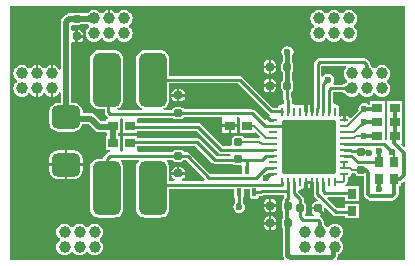
<source format=gtl>
G04*
G04 #@! TF.GenerationSoftware,Altium Limited,Altium Designer,20.1.8 (145)*
G04*
G04 Layer_Physical_Order=1*
G04 Layer_Color=255*
%FSTAX43Y43*%
%MOMM*%
G71*
G04*
G04 #@! TF.SameCoordinates,48CEEDD8-FEA7-46FE-8C49-AB3D6DD9764B*
G04*
G04*
G04 #@! TF.FilePolarity,Positive*
G04*
G01*
G75*
%ADD10C,0.250*%
%ADD12C,0.200*%
G04:AMPARAMS|DCode=25|XSize=0.75mm|YSize=0.6mm|CornerRadius=0.15mm|HoleSize=0mm|Usage=FLASHONLY|Rotation=0.000|XOffset=0mm|YOffset=0mm|HoleType=Round|Shape=RoundedRectangle|*
%AMROUNDEDRECTD25*
21,1,0.750,0.300,0,0,0.0*
21,1,0.450,0.600,0,0,0.0*
1,1,0.300,0.225,-0.150*
1,1,0.300,-0.225,-0.150*
1,1,0.300,-0.225,0.150*
1,1,0.300,0.225,0.150*
%
%ADD25ROUNDEDRECTD25*%
G04:AMPARAMS|DCode=26|XSize=0.75mm|YSize=0.6mm|CornerRadius=0.15mm|HoleSize=0mm|Usage=FLASHONLY|Rotation=90.000|XOffset=0mm|YOffset=0mm|HoleType=Round|Shape=RoundedRectangle|*
%AMROUNDEDRECTD26*
21,1,0.750,0.300,0,0,90.0*
21,1,0.450,0.600,0,0,90.0*
1,1,0.300,0.150,0.225*
1,1,0.300,0.150,-0.225*
1,1,0.300,-0.150,-0.225*
1,1,0.300,-0.150,0.225*
%
%ADD26ROUNDEDRECTD26*%
G04:AMPARAMS|DCode=27|XSize=0.4mm|YSize=0.75mm|CornerRadius=0.1mm|HoleSize=0mm|Usage=FLASHONLY|Rotation=180.000|XOffset=0mm|YOffset=0mm|HoleType=Round|Shape=RoundedRectangle|*
%AMROUNDEDRECTD27*
21,1,0.400,0.550,0,0,180.0*
21,1,0.200,0.750,0,0,180.0*
1,1,0.200,-0.100,0.275*
1,1,0.200,0.100,0.275*
1,1,0.200,0.100,-0.275*
1,1,0.200,-0.100,-0.275*
%
%ADD27ROUNDEDRECTD27*%
%ADD28R,0.850X0.800*%
%ADD29R,0.800X0.850*%
%ADD30O,0.250X0.800*%
%ADD31O,0.800X0.250*%
G04:AMPARAMS|DCode=32|XSize=4.6mm|YSize=4.6mm|CornerRadius=0.23mm|HoleSize=0mm|Usage=FLASHONLY|Rotation=90.000|XOffset=0mm|YOffset=0mm|HoleType=Round|Shape=RoundedRectangle|*
%AMROUNDEDRECTD32*
21,1,4.600,4.140,0,0,90.0*
21,1,4.140,4.600,0,0,90.0*
1,1,0.460,2.070,2.070*
1,1,0.460,2.070,-2.070*
1,1,0.460,-2.070,-2.070*
1,1,0.460,-2.070,2.070*
%
%ADD32ROUNDEDRECTD32*%
G04:AMPARAMS|DCode=33|XSize=2.4mm|YSize=2mm|CornerRadius=0.5mm|HoleSize=0mm|Usage=FLASHONLY|Rotation=180.000|XOffset=0mm|YOffset=0mm|HoleType=Round|Shape=RoundedRectangle|*
%AMROUNDEDRECTD33*
21,1,2.400,1.000,0,0,180.0*
21,1,1.400,2.000,0,0,180.0*
1,1,1.000,-0.700,0.500*
1,1,1.000,0.700,0.500*
1,1,1.000,0.700,-0.500*
1,1,1.000,-0.700,-0.500*
%
%ADD33ROUNDEDRECTD33*%
G04:AMPARAMS|DCode=34|XSize=4.6mm|YSize=2.4mm|CornerRadius=0.6mm|HoleSize=0mm|Usage=FLASHONLY|Rotation=270.000|XOffset=0mm|YOffset=0mm|HoleType=Round|Shape=RoundedRectangle|*
%AMROUNDEDRECTD34*
21,1,4.600,1.200,0,0,270.0*
21,1,3.400,2.400,0,0,270.0*
1,1,1.200,-0.600,-1.700*
1,1,1.200,-0.600,1.700*
1,1,1.200,0.600,1.700*
1,1,1.200,0.600,-1.700*
%
%ADD34ROUNDEDRECTD34*%
%ADD35C,0.300*%
%ADD36C,0.400*%
%ADD37C,0.500*%
%ADD38C,1.000*%
%ADD39C,0.600*%
G36*
X0086562Y0110882D02*
X008654Y01109D01*
X0086515Y0110917D01*
X0086486Y0110931D01*
X0086454Y0110944D01*
X0086418Y0110955D01*
X0086379Y0110963D01*
X0086335Y011097D01*
X0086289Y0110975D01*
X0086185Y0110979D01*
X0086173Y0111479D01*
X0086227Y011148D01*
X0086324Y0111488D01*
X0086366Y0111495D01*
X0086406Y0111505D01*
X0086441Y0111516D01*
X0086473Y0111529D01*
X0086502Y0111545D01*
X0086527Y0111562D01*
X0086548Y0111582D01*
X0086562Y0110882D01*
D02*
G37*
G36*
X0113257Y0100394D02*
X011314Y0100346D01*
X0112919Y0100566D01*
X0112962Y0100669D01*
X0112962D01*
Y0101742D01*
X0112962Y0101869D01*
X0112962D01*
Y0101869D01*
X0112962D01*
Y0102942D01*
X0112962Y0103069D01*
X0112962D01*
Y0103069D01*
X0112962D01*
Y0104269D01*
X0111712D01*
Y0103196D01*
X0111712Y0103069D01*
X0111712D01*
Y0103069D01*
X0111712D01*
Y0101996D01*
X0111712Y0101869D01*
X0111712D01*
Y0101869D01*
X0111712D01*
Y0101005D01*
X0111592Y0100937D01*
X0111512Y0100982D01*
Y0101742D01*
X0111512Y0101869D01*
X0111512D01*
Y0101869D01*
X0111512D01*
Y0102942D01*
X0111512Y0103069D01*
X0111512D01*
Y0103069D01*
X0111512D01*
Y0104269D01*
X0110262D01*
Y0103969D01*
X0110135Y0103938D01*
X0109982Y010404D01*
X0109787Y0104079D01*
X0109592Y010404D01*
X0109426Y0103929D01*
X0109316Y0103764D01*
X0109277Y0103569D01*
X010929Y0103503D01*
X0108627Y010284D01*
X0108567Y0102845D01*
X010846Y0102917D01*
X0108333Y0102942D01*
X0108158D01*
Y0102611D01*
X0107958D01*
Y0102942D01*
X0107783D01*
X0107738Y0102933D01*
X0107631Y0103041D01*
X010764Y0103086D01*
Y0103636D01*
X0107614Y0103763D01*
X0107542Y010387D01*
X0107435Y0103942D01*
X0107308Y0103967D01*
X0107267Y0103959D01*
X010714Y0104055D01*
Y010498D01*
X010796D01*
X0107974Y0104977D01*
X0107997Y0104971D01*
X0108022Y0104962D01*
X0108049Y0104949D01*
X0108078Y0104932D01*
X0108107Y0104913D01*
X0108181Y0104852D01*
X010821Y0104824D01*
X0108219Y0104812D01*
X0108365Y01047D01*
X0108535Y0104629D01*
X0108718Y0104605D01*
X0108901Y0104629D01*
X0109071Y01047D01*
X0109217Y0104812D01*
X0109274Y0104886D01*
X0109432D01*
X0109489Y0104812D01*
X0109635Y01047D01*
X0109805Y0104629D01*
X0109988Y0104605D01*
X0110171Y0104629D01*
X0110341Y01047D01*
X0110487Y0104812D01*
X0110544Y0104886D01*
X0110702D01*
X0110759Y0104812D01*
X0110905Y01047D01*
X0111075Y0104629D01*
X0111258Y0104605D01*
X0111441Y0104629D01*
X0111611Y01047D01*
X0111757Y0104812D01*
X011187Y0104958D01*
X011194Y0105128D01*
X0111964Y0105311D01*
X011194Y0105494D01*
X011187Y0105664D01*
X0111757Y010581D01*
X0111683Y0105867D01*
Y0106025D01*
X0111757Y0106082D01*
X011187Y0106228D01*
X011194Y0106398D01*
X0111964Y0106581D01*
X011194Y0106764D01*
X011187Y0106934D01*
X0111757Y010708D01*
X0111611Y0107193D01*
X0111441Y0107263D01*
X0111258Y0107287D01*
X0111075Y0107263D01*
X0110905Y0107193D01*
X0110759Y010708D01*
X0110702Y0107006D01*
X0110544D01*
X0110487Y010708D01*
X0110341Y0107193D01*
X0110334Y0107196D01*
X0110333Y0107197D01*
X011033Y0107202D01*
X0110327Y0107211D01*
X0110323Y0107225D01*
X011032Y0107243D01*
X0110319Y010725D01*
Y0107293D01*
X0110294Y0107419D01*
X0110222Y0107527D01*
X0109946Y0107803D01*
X0109839Y0107875D01*
X0109712Y01079D01*
X0106012D01*
X0105885Y0107875D01*
X0105777Y0107803D01*
X0105577Y0107603D01*
X0105506Y0107496D01*
X010548Y0107369D01*
Y0104053D01*
X0105408Y0103999D01*
Y0103361D01*
X0105208D01*
Y0103948D01*
X0105181Y0103942D01*
X0105158Y0103926D01*
X0105058Y0103878D01*
X0104959Y0103926D01*
X0104935Y0103942D01*
X0104908Y0103948D01*
Y0103361D01*
X0104708D01*
Y0103948D01*
X0104681Y0103942D01*
X0104574Y010387D01*
X0104542D01*
X0104435Y0103942D01*
X0104308Y0103967D01*
X0104181Y0103942D01*
X0104158Y0103926D01*
X0104058Y0103878D01*
X0103959Y0103926D01*
X0103935Y0103942D01*
X0103808Y0103967D01*
X0103767Y0103959D01*
X010364Y0104055D01*
Y0104365D01*
X0103614Y0104492D01*
X0103593Y0104523D01*
Y0105038D01*
X0103664Y0105085D01*
X0103741Y0105201D01*
X0103769Y0105337D01*
Y0105787D01*
X0103741Y0105924D01*
X010367Y0106032D01*
Y0106668D01*
X0103741Y0106775D01*
X0103769Y0106912D01*
Y0107362D01*
X0103741Y0107498D01*
X0103677Y0107594D01*
Y0108094D01*
X010374Y0108188D01*
X0103779Y0108383D01*
X010374Y0108578D01*
X010363Y0108744D01*
X0103464Y0108854D01*
X0103269Y0108893D01*
X0103074Y0108854D01*
X0102909Y0108744D01*
X0102798Y0108578D01*
X010276Y0108383D01*
X0102798Y0108188D01*
X0102859Y0108097D01*
X0102862Y0108048D01*
Y0107615D01*
X0102859Y0107614D01*
X0102782Y0107498D01*
X0102755Y0107362D01*
Y0106912D01*
X0102782Y0106775D01*
X0102854Y0106668D01*
Y0106032D01*
X0102782Y0105924D01*
X0102755Y0105787D01*
Y0105337D01*
X0102782Y0105201D01*
X0102859Y0105085D01*
X010293Y0105038D01*
Y0104411D01*
X0102956Y0104284D01*
X0102977Y0104253D01*
Y0104055D01*
X010285Y0103959D01*
X0102808Y0103967D01*
X0102681Y0103942D01*
X0102574Y010387D01*
X0102502Y0103763D01*
X010249Y01037D01*
X0102049D01*
X0099446Y0106303D01*
X0099339Y0106375D01*
X0099212Y01064D01*
X0093269D01*
Y0107769D01*
X0093241Y0107978D01*
X0093161Y0108172D01*
X0093032Y0108339D01*
X0092865Y0108468D01*
X0092671Y0108548D01*
X0092462Y0108576D01*
X0091262D01*
X0091053Y0108548D01*
X0090858Y0108468D01*
X0090691Y0108339D01*
X0090563Y0108172D01*
X0090482Y0107978D01*
X0090455Y0107769D01*
Y0104369D01*
X0090482Y010416D01*
X0090563Y0103965D01*
X0090691Y0103798D01*
X0090858Y010367D01*
X0090962Y0103627D01*
X0090937Y01035D01*
X0088887D01*
X0088862Y0103627D01*
X0088965Y010367D01*
X0089132Y0103798D01*
X0089261Y0103965D01*
X0089341Y010416D01*
X0089369Y0104369D01*
Y0107769D01*
X0089341Y0107978D01*
X0089261Y0108172D01*
X0089132Y0108339D01*
X0088965Y0108468D01*
X0088771Y0108548D01*
X0088562Y0108576D01*
X0087362D01*
X0087153Y0108548D01*
X0086958Y0108468D01*
X0086791Y0108339D01*
X0086663Y0108172D01*
X0086582Y0107978D01*
X0086555Y0107769D01*
Y0104369D01*
X0086582Y010416D01*
X0086663Y0103965D01*
X0086791Y0103798D01*
X0086958Y010367D01*
X0087153Y0103589D01*
X0087362Y0103562D01*
X008778D01*
Y0103315D01*
X0087806Y0103188D01*
X0087877Y0103081D01*
X0088024Y0102934D01*
X0088082Y0102896D01*
X0088043Y0102769D01*
X0087862D01*
Y0102528D01*
X0087502D01*
X0086936Y0103093D01*
X0086787Y0103193D01*
X0086612Y0103228D01*
X0085918D01*
Y0103369D01*
X0085894Y0103552D01*
X0085823Y0103722D01*
X0085711Y0103868D01*
X0085565Y010398D01*
X0085395Y0104051D01*
X0085212Y0104075D01*
X0084971D01*
Y0109151D01*
X0085098Y010923D01*
X0085187Y0109212D01*
X0085312D01*
Y0109719D01*
Y0110226D01*
X0085187D01*
X0085098Y0110208D01*
X0084971Y0110286D01*
Y011064D01*
X0084989Y0110663D01*
X0085098Y011073D01*
X0085187Y0110712D01*
X0085637D01*
X0085773Y0110739D01*
X008582Y011077D01*
X0086288D01*
X0086309Y0110768D01*
X0086341Y0110763D01*
X0086367Y0110757D01*
X0086388Y0110751D01*
X0086403Y0110745D01*
X0086412Y011074D01*
X0086413Y011074D01*
X0086487Y0110682D01*
Y0110525D01*
X0086413Y0110468D01*
X00863Y0110322D01*
X008623Y0110152D01*
X0086206Y0109969D01*
X008623Y0109786D01*
X00863Y0109616D01*
X0086413Y010947D01*
X0086559Y0109357D01*
X0086729Y0109287D01*
X0086912Y0109263D01*
X0087095Y0109287D01*
X0087265Y0109357D01*
X0087411Y010947D01*
X0087468Y0109544D01*
X0087625D01*
X0087683Y010947D01*
X0087829Y0109357D01*
X0087999Y0109287D01*
X0088182Y0109263D01*
X0088365Y0109287D01*
X0088535Y0109357D01*
X0088681Y010947D01*
X0088738Y0109544D01*
X0088895D01*
X0088953Y010947D01*
X0089099Y0109357D01*
X0089269Y0109287D01*
X0089452Y0109263D01*
X0089635Y0109287D01*
X0089805Y0109357D01*
X0089951Y010947D01*
X0090063Y0109616D01*
X0090134Y0109786D01*
X0090158Y0109969D01*
X0090134Y0110152D01*
X0090063Y0110322D01*
X0089951Y0110468D01*
X0089877Y0110525D01*
Y0110682D01*
X0089951Y011074D01*
X0090063Y0110886D01*
X0090134Y0111056D01*
X0090158Y0111239D01*
X0090134Y0111422D01*
X0090063Y0111592D01*
X0089951Y0111738D01*
X0089805Y011185D01*
X0089635Y0111921D01*
X0089452Y0111945D01*
X0089269Y0111921D01*
X0089099Y011185D01*
X0088953Y0111738D01*
X0088895Y0111664D01*
X0088738D01*
X0088681Y0111738D01*
X0088535Y011185D01*
X0088365Y0111921D01*
X0088257Y0111935D01*
Y0111239D01*
X0088107D01*
Y0111935D01*
X0087999Y0111921D01*
X0087829Y011185D01*
X0087683Y0111738D01*
X0087625Y0111664D01*
X0087468D01*
X0087411Y0111738D01*
X0087265Y011185D01*
X0087095Y0111921D01*
X0086912Y0111945D01*
X0086729Y0111921D01*
X0086559Y011185D01*
X0086413Y0111738D01*
X0086403Y0111725D01*
X0086398Y0111721D01*
X0086394Y0111718D01*
X0086385Y0111713D01*
X0086371Y0111707D01*
X0086351Y0111701D01*
X0086326Y0111695D01*
X0086298Y0111691D01*
X0086264Y0111688D01*
X008579D01*
X0085773Y0111698D01*
X0085637Y0111726D01*
X0085187D01*
X008505Y0111698D01*
X0085019Y0111678D01*
X0084805D01*
X0084629Y0111643D01*
X008448Y0111543D01*
X0084187Y011125D01*
X0084088Y0111101D01*
X0084053Y0110926D01*
Y0106939D01*
X0083926Y0106914D01*
X0083918Y0106934D01*
X0083805Y010708D01*
X0083659Y0107193D01*
X0083489Y0107263D01*
X0083381Y0107277D01*
Y0106581D01*
X0083231D01*
Y0107277D01*
X0083123Y0107263D01*
X0082953Y0107193D01*
X0082807Y010708D01*
X008275Y0107006D01*
X0082592D01*
X0082535Y010708D01*
X0082389Y0107193D01*
X0082219Y0107263D01*
X0082111Y0107277D01*
Y0106581D01*
X0081961D01*
Y0107277D01*
X0081853Y0107263D01*
X0081683Y0107193D01*
X0081537Y010708D01*
X008148Y0107006D01*
X0081322D01*
X0081265Y010708D01*
X0081119Y0107193D01*
X0080949Y0107263D01*
X0080766Y0107287D01*
X0080583Y0107263D01*
X0080413Y0107193D01*
X0080267Y010708D01*
X0080155Y0106934D01*
X0080084Y0106764D01*
X008006Y0106581D01*
X0080084Y0106398D01*
X0080155Y0106228D01*
X0080267Y0106082D01*
X0080341Y0106025D01*
Y0105867D01*
X0080267Y010581D01*
X0080155Y0105664D01*
X0080084Y0105494D01*
X008006Y0105311D01*
X0080084Y0105128D01*
X0080155Y0104958D01*
X0080267Y0104812D01*
X0080413Y01047D01*
X0080583Y0104629D01*
X0080766Y0104605D01*
X0080949Y0104629D01*
X0081119Y01047D01*
X0081265Y0104812D01*
X0081322Y0104886D01*
X008148D01*
X0081537Y0104812D01*
X0081683Y01047D01*
X0081853Y0104629D01*
X0081961Y0104615D01*
Y0105311D01*
X0082111D01*
Y0104615D01*
X0082219Y0104629D01*
X0082389Y01047D01*
X0082535Y0104812D01*
X0082592Y0104886D01*
X008275D01*
X0082807Y0104812D01*
X0082953Y01047D01*
X0083123Y0104629D01*
X0083231Y0104615D01*
Y0105311D01*
X0083381D01*
Y0104615D01*
X0083489Y0104629D01*
X0083659Y01047D01*
X0083805Y0104812D01*
X0083918Y0104958D01*
X0083926Y0104979D01*
X0084053Y0104953D01*
Y0104075D01*
X0083812D01*
X0083629Y0104051D01*
X0083459Y010398D01*
X0083313Y0103868D01*
X00832Y0103722D01*
X008313Y0103552D01*
X0083106Y0103369D01*
Y0102369D01*
X008313Y0102186D01*
X00832Y0102016D01*
X0083313Y010187D01*
X0083459Y0101757D01*
X0083629Y0101687D01*
X0083812Y0101663D01*
X0085212D01*
X0085395Y0101687D01*
X0085565Y0101757D01*
X0085711Y010187D01*
X0085823Y0102016D01*
X0085894Y0102186D01*
X008591Y010231D01*
X0086422D01*
X0086987Y0101744D01*
X0087136Y0101645D01*
X0087312Y010161D01*
X0087862D01*
Y0101569D01*
X0088028D01*
Y0101269D01*
X0087862D01*
Y0100069D01*
X0088207D01*
X008822Y0099942D01*
X0088135Y0099925D01*
X0088027Y0099853D01*
X0087727Y0099553D01*
X0087656Y0099446D01*
X0087642Y0099376D01*
X0087362D01*
X0087153Y0099348D01*
X0086958Y0099268D01*
X0086791Y0099139D01*
X0086663Y0098972D01*
X0086582Y0098778D01*
X0086555Y0098569D01*
Y0095169D01*
X0086582Y009496D01*
X0086663Y0094765D01*
X0086791Y0094598D01*
X0086958Y009447D01*
X0087153Y0094389D01*
X0087362Y0094362D01*
X0088562D01*
X0088771Y0094389D01*
X0088965Y009447D01*
X0089132Y0094598D01*
X0089261Y0094765D01*
X0089341Y009496D01*
X0089369Y0095169D01*
Y0098569D01*
X0089341Y0098778D01*
X0089261Y0098972D01*
X0089132Y0099139D01*
X0089105Y009916D01*
X0089148Y0099287D01*
X0090676D01*
X0090719Y009916D01*
X0090691Y0099139D01*
X0090563Y0098972D01*
X0090482Y0098778D01*
X0090455Y0098569D01*
Y0095169D01*
X0090482Y009496D01*
X0090563Y0094765D01*
X0090691Y0094598D01*
X0090858Y009447D01*
X0091053Y0094389D01*
X0091262Y0094362D01*
X0092462D01*
X0092671Y0094389D01*
X0092865Y009447D01*
X0093032Y0094598D01*
X0093161Y0094765D01*
X0093241Y009496D01*
X0093269Y0095169D01*
Y0096837D01*
X009872D01*
X0098756Y0096794D01*
Y0096244D01*
X0098779Y0096127D01*
X0098846Y0096028D01*
X0098847Y0096026D01*
Y0095684D01*
X0098845Y0095673D01*
X0098843Y0095662D01*
X009884Y0095653D01*
X0098837Y0095646D01*
X0098834Y009564D01*
X0098834Y009564D01*
X0098818Y0095629D01*
X0098707Y0095464D01*
X0098669Y0095269D01*
X0098707Y0095074D01*
X0098818Y0094908D01*
X0098983Y0094798D01*
X0099178Y0094759D01*
X0099374Y0094798D01*
X0099539Y0094908D01*
X0099649Y0095074D01*
X0099688Y0095269D01*
X0099649Y0095464D01*
X0099539Y0095629D01*
X0099523Y009564D01*
X0099523Y009564D01*
X009952Y0095646D01*
X0099517Y0095653D01*
X0099514Y0095662D01*
X0099512Y0095673D01*
X009951Y0095684D01*
Y0096075D01*
X0099544Y0096127D01*
X0099568Y0096244D01*
Y0096794D01*
X0099603Y0096837D01*
X010002D01*
X0100056Y0096794D01*
Y0096244D01*
X0100079Y0096127D01*
X0100146Y0096028D01*
X0100245Y0095961D01*
X0100362Y0095938D01*
X0100562D01*
X0100679Y0095961D01*
X0100778Y0096028D01*
X0100844Y0096127D01*
X0100856Y0096187D01*
X0100978D01*
X0101105Y0096213D01*
X0101212Y0096284D01*
X0101249Y0096322D01*
X0102977D01*
Y0096072D01*
X0102932Y0096005D01*
X0102906Y0095875D01*
X0102901Y0095871D01*
X0102824Y0095755D01*
X0102796Y0095619D01*
Y0095169D01*
X0102824Y0095032D01*
X0102901Y0094916D01*
X0102905Y0094914D01*
Y0094455D01*
X0102885Y0094425D01*
X0102863Y0094315D01*
X0102824Y0094256D01*
X0102796Y0094119D01*
Y0093669D01*
X0102824Y0093532D01*
X0102854Y0093487D01*
Y0091253D01*
X0102854Y0091253D01*
X0102885Y0091097D01*
X0102973Y0090965D01*
X0102997Y0090941D01*
X0102949Y0090824D01*
X0079767D01*
Y0112314D01*
X0113257D01*
Y0100394D01*
D02*
G37*
G36*
X0103478Y0108165D02*
X0103476Y0108158D01*
X0103474Y0108148D01*
X0103472Y0108117D01*
X0103469Y0108014D01*
X0103469Y010798D01*
X0103069D01*
X0103059Y0108169D01*
X0103479D01*
X0103478Y0108165D01*
D02*
G37*
G36*
X0110114Y0107252D02*
X0110118Y0107215D01*
X0110124Y010718D01*
X0110133Y0107149D01*
X0110143Y010712D01*
X0110157Y0107093D01*
X0110173Y010707D01*
X0110191Y0107049D01*
X0110212Y0107031D01*
X0110235Y0107016D01*
X0109741D01*
X0109765Y0107031D01*
X0109785Y0107049D01*
X0109803Y010707D01*
X0109819Y0107093D01*
X0109833Y010712D01*
X0109844Y0107149D01*
X0109852Y010718D01*
X0109858Y0107215D01*
X0109862Y0107252D01*
X0109863Y0107293D01*
X0110113D01*
X0110114Y0107252D01*
D02*
G37*
G36*
X0106709Y0105769D02*
X0106685Y0105768D01*
X0106662Y0105765D01*
X0106638Y010576D01*
X0106615Y0105752D01*
X0106592Y0105742D01*
X0106569Y010573D01*
X0106547Y0105716D01*
X0106524Y01057D01*
X0106502Y0105681D01*
X010648Y010566D01*
X0106303Y0105837D01*
X0106324Y0105859D01*
X0106343Y0105881D01*
X0106359Y0105904D01*
X0106373Y0105926D01*
X0106385Y0105949D01*
X0106395Y0105972D01*
X0106403Y0105995D01*
X0106408Y0106019D01*
X0106411Y0106042D01*
X0106412Y0106066D01*
X0106709Y0105769D01*
D02*
G37*
G36*
X0108258Y010711D02*
X0108219Y010708D01*
X0108107Y0106934D01*
X0108036Y0106764D01*
X0108012Y0106581D01*
X0108036Y0106398D01*
X0108107Y0106228D01*
X0108219Y0106082D01*
X0108293Y0106025D01*
Y0105867D01*
X0108219Y010581D01*
X010821Y0105798D01*
X0108179Y0105768D01*
X0108143Y0105737D01*
X010811Y0105711D01*
X0108078Y010569D01*
X0108049Y0105673D01*
X0108022Y010566D01*
X0107997Y0105651D01*
X0107974Y0105645D01*
X010796Y0105642D01*
X0107181D01*
X0107113Y0105769D01*
X0107183Y0105874D01*
X0107222Y0106069D01*
X0107183Y0106264D01*
X0107072Y0106429D01*
X0106907Y010654D01*
X0106712Y0106579D01*
X0106517Y010654D01*
X0106351Y0106429D01*
X010627Y0106308D01*
X0106143Y0106346D01*
Y0107232D01*
X0106149Y0107237D01*
X0108215D01*
X0108258Y010711D01*
D02*
G37*
G36*
X0108361Y0104961D02*
X0108317Y0105004D01*
X010823Y0105076D01*
X0108187Y0105105D01*
X0108144Y010513D01*
X0108101Y010515D01*
X0108059Y0105166D01*
X0108017Y0105177D01*
X0107975Y0105184D01*
X0107934Y0105186D01*
Y0105436D01*
X0107975Y0105438D01*
X0108017Y0105445D01*
X0108059Y0105456D01*
X0108101Y0105472D01*
X0108144Y0105492D01*
X0108187Y0105517D01*
X010823Y0105546D01*
X0108273Y010558D01*
X0108317Y0105618D01*
X0108361Y0105661D01*
Y0104961D01*
D02*
G37*
G36*
X0101677Y0103134D02*
X0101778Y0103067D01*
X0101784Y0102994D01*
X0101783Y0102942D01*
X0101656Y0102917D01*
X0101549Y0102845D01*
X0101477Y0102738D01*
X0101463Y0102666D01*
X0101331Y0102619D01*
X0100496Y0103453D01*
X0100389Y0103525D01*
X0100262Y010355D01*
X0094537D01*
X0094489Y0103621D01*
X0094373Y0103699D01*
X0094237Y0103726D01*
X0093787D01*
X009365Y0103699D01*
X0093534Y0103621D01*
X0093457Y0103505D01*
X0093456Y01035D01*
X0092787D01*
X0092762Y0103627D01*
X0092865Y010367D01*
X0093032Y0103798D01*
X0093161Y0103965D01*
X0093241Y010416D01*
X0093269Y0104369D01*
Y0105737D01*
X0099075D01*
X0101677Y0103134D01*
D02*
G37*
G36*
X0099212Y0102769D02*
X0099212D01*
Y0101569D01*
X0100462D01*
Y0101569D01*
X0100545Y0101603D01*
X0100902Y0101246D01*
X0100876Y0101167D01*
X0100844Y0101125D01*
X0099654D01*
X0099589Y0101221D01*
X0099473Y0101299D01*
X0099337Y0101326D01*
X0098887D01*
X009875Y0101299D01*
X0098634Y0101221D01*
X0098557Y0101105D01*
X009853Y0100969D01*
Y0100669D01*
X009855Y0100569D01*
X0098476Y0100442D01*
X0097807D01*
X0095946Y0102303D01*
X0095839Y0102375D01*
X0095712Y01024D01*
X0090562D01*
Y0102769D01*
X009066Y0102837D01*
X009352D01*
X0093534Y0102816D01*
X009365Y0102739D01*
X0093787Y0102712D01*
X0094237D01*
X0094373Y0102739D01*
X0094489Y0102816D01*
X0094537Y0102887D01*
X0097742D01*
X0097762Y0102769D01*
X0097762Y010276D01*
Y0102269D01*
X0098387D01*
X0099012D01*
Y010276D01*
X0099012Y0102769D01*
X0099032Y0102887D01*
X0099192D01*
X0099212Y0102769D01*
D02*
G37*
G36*
X0110014Y0102667D02*
X0110029Y0102657D01*
X0110046Y0102648D01*
X0110065Y010264D01*
X0110087Y0102634D01*
X011011Y0102628D01*
X0110136Y0102624D01*
X0110164Y0102621D01*
X0110227Y0102619D01*
Y0102319D01*
X0110194Y0102318D01*
X0110136Y0102313D01*
X011011Y0102309D01*
X0110087Y0102304D01*
X0110065Y0102297D01*
X0110046Y0102289D01*
X0110029Y010228D01*
X0110014Y010227D01*
X0110001Y0102259D01*
Y0102679D01*
X0110014Y0102667D01*
D02*
G37*
G36*
X0109784Y0102169D02*
X0109754Y0102168D01*
X0109724Y0102165D01*
X0109696Y0102161D01*
X0109669Y0102154D01*
X0109643Y0102145D01*
X0109619Y0102134D01*
X0109595Y0102121D01*
X0109572Y0102107D01*
X0109551Y010209D01*
X010953Y0102071D01*
X0109389Y0102212D01*
X0109408Y0102233D01*
X0109425Y0102254D01*
X0109439Y0102277D01*
X0109452Y0102301D01*
X0109463Y0102325D01*
X0109472Y0102351D01*
X0109479Y0102378D01*
X0109483Y0102406D01*
X0109486Y0102436D01*
X0109487Y0102466D01*
X0109784Y0102169D01*
D02*
G37*
G36*
X0110014Y0101467D02*
X0110029Y0101457D01*
X0110046Y0101448D01*
X0110065Y010144D01*
X0110087Y0101434D01*
X011011Y0101428D01*
X0110136Y0101424D01*
X0110164Y0101421D01*
X0110227Y0101419D01*
Y0101119D01*
X0110194Y0101118D01*
X0110136Y0101113D01*
X011011Y0101109D01*
X0110087Y0101104D01*
X0110065Y0101097D01*
X0110046Y0101089D01*
X0110029Y010108D01*
X0110014Y010107D01*
X0110001Y0101059D01*
Y0101479D01*
X0110014Y0101467D01*
D02*
G37*
G36*
X010998Y0099679D02*
X0109964Y0099696D01*
X0109946Y0099712D01*
X0109927Y0099725D01*
X0109907Y0099737D01*
X0109884Y0099747D01*
X010986Y0099756D01*
X0109835Y0099762D01*
X0109808Y0099767D01*
X0109779Y0099769D01*
X0109748Y009977D01*
X0109773Y010002D01*
X0109803Y0100021D01*
X0109832Y0100023D01*
X010986Y0100027D01*
X0109886Y0100033D01*
X0109911Y0100039D01*
X0109935Y0100048D01*
X0109957Y0100058D01*
X0109978Y0100069D01*
X0109998Y0100082D01*
X0110017Y0100097D01*
X010998Y0099679D01*
D02*
G37*
G36*
X0089312Y0102769D02*
Y0101569D01*
X0090562D01*
Y0101737D01*
X0095575D01*
X0097435Y0099877D01*
X0097543Y0099805D01*
X009767Y009978D01*
X0098432D01*
X0098504Y0099653D01*
X0098473Y00996D01*
X0097249D01*
X0095846Y0101003D01*
X0095739Y0101075D01*
X0095612Y01011D01*
X0090562D01*
Y0101269D01*
X0089312D01*
Y0100069D01*
X0089312D01*
X0089292Y009995D01*
X0089132D01*
X0089112Y0100069D01*
X0089112Y0100077D01*
Y0101269D01*
X0088946D01*
Y0101569D01*
X0089112D01*
Y010271D01*
X0089112Y0102769D01*
X008921Y0102837D01*
X0089213D01*
X0089312Y0102769D01*
D02*
G37*
G36*
X0111218Y0099767D02*
X0111208Y0099752D01*
X0111199Y0099735D01*
X0111191Y0099716D01*
X0111185Y0099694D01*
X0111179Y009967D01*
X0111175Y0099645D01*
X0111172Y0099617D01*
X011117Y0099554D01*
X011087D01*
X0110869Y0099587D01*
X0110864Y0099645D01*
X011086Y009967D01*
X0110855Y0099694D01*
X0110848Y0099716D01*
X011084Y0099735D01*
X0110831Y0099752D01*
X0110821Y0099767D01*
X011081Y009978D01*
X011123D01*
X0111218Y0099767D01*
D02*
G37*
G36*
X0096877Y0099034D02*
X0096985Y0098963D01*
X0097112Y0098937D01*
X009862D01*
X0098634Y0098916D01*
X009875Y0098839D01*
X0098887Y0098812D01*
X00993D01*
X0099378Y0098744D01*
X0099406Y0098696D01*
X0099406Y0098694D01*
Y0098144D01*
X009937Y00981D01*
X0096749D01*
X0095046Y0099803D01*
X0094939Y0099875D01*
X0094812Y00999D01*
X0094568D01*
X0094566Y0099905D01*
X0094489Y0100021D01*
X0094373Y0100098D01*
X0094237Y0100126D01*
X0093787D01*
X009365Y0100098D01*
X0093534Y0100021D01*
X0093487Y009995D01*
X0090582D01*
X0090562Y0100069D01*
X0090562D01*
Y0100437D01*
X0095475D01*
X0096877Y0099034D01*
D02*
G37*
G36*
X0101833Y0097984D02*
X0101812Y0097962D01*
X0101794Y009794D01*
X0101778Y0097917D01*
X0101764Y0097895D01*
X0101753Y0097872D01*
X0101744Y0097849D01*
X0101737Y0097826D01*
X0101733Y0097803D01*
X0101731Y0097779D01*
X0101732Y0097756D01*
X0101417Y0098033D01*
X010144Y0098035D01*
X0101463Y009804D01*
X0101487Y0098046D01*
X010151Y0098055D01*
X0101533Y0098065D01*
X0101555Y0098078D01*
X0101578Y0098092D01*
X01016Y0098109D01*
X0101622Y0098128D01*
X0101644Y0098149D01*
X0101833Y0097984D01*
D02*
G37*
G36*
X0093534Y0099216D02*
X009365Y0099139D01*
X0093787Y0099112D01*
X0094237D01*
X0094373Y0099139D01*
X0094489Y0099216D01*
X0094503Y0099237D01*
X0094675D01*
X0096285Y0097627D01*
X0096232Y00975D01*
X0094326D01*
X0094313Y0097627D01*
X0094373Y0097639D01*
X0094489Y0097716D01*
X0094566Y0097832D01*
X0094594Y0097969D01*
Y0098019D01*
X0094012D01*
X009343D01*
Y0097969D01*
X0093457Y0097832D01*
X0093534Y0097716D01*
X009365Y0097639D01*
X009371Y0097627D01*
X0093698Y00975D01*
X0093269D01*
Y0098569D01*
X0093241Y0098778D01*
X0093161Y0098972D01*
X0093032Y0099139D01*
X0093005Y009916D01*
X0093048Y0099287D01*
X0093487D01*
X0093534Y0099216D01*
D02*
G37*
G36*
X0111138Y0097191D02*
X011114Y0097162D01*
X0111144Y0097135D01*
X011115Y0097109D01*
X0111158Y0097084D01*
X0111167Y0097061D01*
X0111178Y0097039D01*
X0111191Y0097019D01*
X0111206Y0097D01*
X0111222Y0096983D01*
X0110802D01*
X0110818Y0097D01*
X0110832Y0097019D01*
X0110845Y0097039D01*
X0110856Y0097061D01*
X0110866Y0097084D01*
X0110873Y0097109D01*
X0110879Y0097135D01*
X0110883Y0097162D01*
X0110886Y0097191D01*
X0110887Y0097222D01*
X0111137D01*
X0111138Y0097191D01*
D02*
G37*
G36*
X0104908Y0096775D02*
X0104935Y009678D01*
X0105042Y0096852D01*
X0105074D01*
X0105181Y009678D01*
X0105208Y0096775D01*
Y0097361D01*
X0105408D01*
Y0096719D01*
X0105477Y0096667D01*
Y0096372D01*
X0105502Y0096246D01*
X0105574Y0096138D01*
X0105844Y0095868D01*
X0105795Y0095751D01*
X0105712D01*
X0105575Y0095724D01*
X0105459Y0095646D01*
X0105382Y009553D01*
X0105355Y0095394D01*
Y0095269D01*
X0105862D01*
Y0095069D01*
X0105355D01*
Y0094944D01*
X0105382Y0094807D01*
X0105459Y0094691D01*
X0105556Y0094627D01*
X010555Y0094542D01*
X0105535Y00945D01*
X0104836D01*
X0104781Y0094559D01*
X0104764Y0094691D01*
X0104841Y0094807D01*
X0104869Y0094944D01*
Y0095394D01*
X0104841Y009553D01*
X0104764Y0095646D01*
X0104693Y0095694D01*
Y0095919D01*
X0104668Y0096046D01*
X0104596Y0096153D01*
X010419Y0096559D01*
X0104197Y0096668D01*
X0104308Y0096755D01*
X0104435Y009678D01*
X0104459Y0096796D01*
X0104558Y0096844D01*
X0104658Y0096796D01*
X0104681Y009678D01*
X0104708Y0096775D01*
Y0097361D01*
X0104908D01*
Y0096775D01*
D02*
G37*
G36*
X0109028Y009802D02*
X0109144Y0097942D01*
X0109281Y0097915D01*
X0109731D01*
X0109755Y0097895D01*
Y0096345D01*
X0109782Y0096208D01*
X0109859Y0096092D01*
X0110035Y0095916D01*
X0110151Y0095839D01*
X0110288Y0095812D01*
X0112136D01*
X0112273Y0095839D01*
X0112388Y0095916D01*
X0112564Y0096092D01*
X0112641Y0096208D01*
X0112669Y0096345D01*
Y0097019D01*
X0112912D01*
Y0097307D01*
X0112948Y0097314D01*
X0113064Y0097391D01*
X011314Y0097467D01*
X0113257Y0097418D01*
Y0090824D01*
X010747D01*
X0107422Y0090941D01*
X0107445Y0090965D01*
X0107445Y0090965D01*
X0107534Y0091097D01*
X0107565Y0091253D01*
Y0091265D01*
X010762Y0091287D01*
X0107766Y00914D01*
X0107878Y0091546D01*
X0107949Y0091716D01*
X0107973Y0091899D01*
X0107949Y0092082D01*
X0107878Y0092252D01*
X0107766Y0092398D01*
X0107692Y0092455D01*
Y0092612D01*
X0107766Y009267D01*
X0107878Y0092816D01*
X0107949Y0092986D01*
X0107973Y0093169D01*
X0107949Y0093352D01*
X0107878Y0093522D01*
X0107766Y0093668D01*
X010762Y009378D01*
X010745Y0093851D01*
X0107267Y0093875D01*
X0107084Y0093851D01*
X0106914Y009378D01*
X0106768Y0093668D01*
X010671Y0093594D01*
X0106553D01*
X0106508Y0093653D01*
X0106508Y0093653D01*
X0106507Y0093654D01*
X0106496Y0093668D01*
X0106489Y0093674D01*
X0106469Y0093695D01*
X0106438Y0093732D01*
X0106412Y0093767D01*
X0106391Y00938D01*
X0106374Y0093831D01*
X0106361Y0093859D01*
X0106352Y0093885D01*
X0106345Y0093908D01*
X0106343Y0093922D01*
Y0094022D01*
X0106318Y0094149D01*
X0106246Y0094257D01*
X01061Y0094403D01*
X0106014Y0094461D01*
X0106012Y0094537D01*
X010603Y0094591D01*
X0106148Y0094614D01*
X0106264Y0094691D01*
X0106331Y0094791D01*
X0106335Y0094798D01*
X0106335Y0094797D01*
X0106341Y0094807D01*
X0106369Y0094944D01*
Y0095177D01*
X0106486Y0095226D01*
X0107102Y0094609D01*
X010721Y0094538D01*
X0107337Y0094512D01*
X0108112D01*
Y0094319D01*
X0109312D01*
Y0095569D01*
X0108112D01*
Y0095175D01*
X0107474D01*
X0106629Y009602D01*
X0106678Y0096137D01*
X0108112D01*
Y0095769D01*
X0109312D01*
Y0097019D01*
X0108197D01*
X0108158Y0097141D01*
X0108158Y0097146D01*
X0108274Y0097262D01*
X0108274Y0097262D01*
X0108341Y0097361D01*
X0108364Y0097478D01*
X0108364Y0097478D01*
Y0097786D01*
X010846Y0097805D01*
X0108567Y0097877D01*
X0108639Y0097984D01*
X0108644Y0098007D01*
X010876Y0098113D01*
X0108785Y0098113D01*
X0108966D01*
X0109028Y009802D01*
D02*
G37*
G36*
X0099304Y0095691D02*
X0099307Y0095662D01*
X0099311Y0095635D01*
X0099317Y0095609D01*
X0099325Y0095584D01*
X0099334Y0095561D01*
X0099345Y0095539D01*
X0099358Y0095519D01*
X0099372Y00955D01*
X0099388Y0095483D01*
X0098968D01*
X0098985Y00955D01*
X0098999Y0095519D01*
X0099012Y0095539D01*
X0099023Y0095561D01*
X0099032Y0095584D01*
X009904Y0095609D01*
X0099046Y0095635D01*
X009905Y0095662D01*
X0099053Y0095691D01*
X0099053Y0095722D01*
X0099303D01*
X0099304Y0095691D01*
D02*
G37*
G36*
X0106137Y0093949D02*
X0106139Y0093908D01*
X0106146Y0093866D01*
X0106157Y0093824D01*
X0106172Y0093782D01*
X0106192Y0093738D01*
X0106216Y0093695D01*
X0106245Y0093651D01*
X0106278Y0093606D01*
X0106315Y0093561D01*
X0106357Y0093515D01*
X0105658Y0093536D01*
X0105701Y0093578D01*
X010574Y0093621D01*
X0105775Y0093663D01*
X0105804Y0093705D01*
X010583Y0093747D01*
X010585Y0093789D01*
X0105866Y0093831D01*
X0105878Y0093873D01*
X0105885Y0093915D01*
X0105887Y0093957D01*
X0106137Y0093949D01*
D02*
G37*
%LPC*%
G36*
X0108452Y0111945D02*
X0108269Y0111921D01*
X0108099Y011185D01*
X0107953Y0111738D01*
X0107895Y0111664D01*
X0107738D01*
X0107681Y0111738D01*
X0107535Y011185D01*
X0107365Y0111921D01*
X0107182Y0111945D01*
X0106999Y0111921D01*
X0106829Y011185D01*
X0106683Y0111738D01*
X0106625Y0111664D01*
X0106468D01*
X0106411Y0111738D01*
X0106265Y011185D01*
X0106095Y0111921D01*
X0105912Y0111945D01*
X0105729Y0111921D01*
X0105559Y011185D01*
X0105413Y0111738D01*
X01053Y0111592D01*
X010523Y0111422D01*
X0105206Y0111239D01*
X010523Y0111056D01*
X01053Y0110886D01*
X0105413Y011074D01*
X0105487Y0110682D01*
Y0110525D01*
X0105413Y0110468D01*
X01053Y0110322D01*
X010523Y0110152D01*
X0105206Y0109969D01*
X010523Y0109786D01*
X01053Y0109616D01*
X0105413Y010947D01*
X0105559Y0109357D01*
X0105729Y0109287D01*
X0105912Y0109263D01*
X0106095Y0109287D01*
X0106265Y0109357D01*
X0106411Y010947D01*
X0106468Y0109544D01*
X0106625D01*
X0106683Y010947D01*
X0106829Y0109357D01*
X0106999Y0109287D01*
X0107182Y0109263D01*
X0107365Y0109287D01*
X0107535Y0109357D01*
X0107681Y010947D01*
X0107738Y0109544D01*
X0107895D01*
X0107953Y010947D01*
X0108099Y0109357D01*
X0108269Y0109287D01*
X0108452Y0109263D01*
X0108635Y0109287D01*
X0108805Y0109357D01*
X0108951Y010947D01*
X0109063Y0109616D01*
X0109134Y0109786D01*
X0109158Y0109969D01*
X0109134Y0110152D01*
X0109063Y0110322D01*
X0108951Y0110468D01*
X0108877Y0110525D01*
Y0110682D01*
X0108951Y011074D01*
X0109063Y0110886D01*
X0109134Y0111056D01*
X0109158Y0111239D01*
X0109134Y0111422D01*
X0109063Y0111592D01*
X0108951Y0111738D01*
X0108805Y011185D01*
X0108635Y0111921D01*
X0108452Y0111945D01*
D02*
G37*
G36*
X0085637Y0110226D02*
X0085512D01*
Y0109819D01*
X0085994D01*
Y0109869D01*
X0085966Y0110005D01*
X0085889Y0110121D01*
X0085773Y0110198D01*
X0085637Y0110226D01*
D02*
G37*
G36*
X0085994Y0109619D02*
X0085512D01*
Y0109212D01*
X0085637D01*
X0085773Y0109239D01*
X0085889Y0109316D01*
X0085966Y0109432D01*
X0085994Y0109569D01*
Y0109619D01*
D02*
G37*
G36*
X0101912Y0107719D02*
X0101862D01*
Y0107237D01*
X0102269D01*
Y0107362D01*
X0102241Y0107498D01*
X0102164Y0107614D01*
X0102048Y0107691D01*
X0101912Y0107719D01*
D02*
G37*
G36*
X0101662D02*
X0101612D01*
X0101475Y0107691D01*
X0101359Y0107614D01*
X0101282Y0107498D01*
X0101255Y0107362D01*
Y0107237D01*
X0101662D01*
Y0107719D01*
D02*
G37*
G36*
X0102269Y0107037D02*
X0101862D01*
Y0106555D01*
X0101912D01*
X0102048Y0106582D01*
X0102164Y0106659D01*
X0102241Y0106775D01*
X0102269Y0106912D01*
Y0107037D01*
D02*
G37*
G36*
X0101662D02*
X0101255D01*
Y0106912D01*
X0101282Y0106775D01*
X0101359Y0106659D01*
X0101475Y0106582D01*
X0101612Y0106555D01*
X0101662D01*
Y0107037D01*
D02*
G37*
G36*
X0101912Y0106144D02*
X0101862D01*
Y0105662D01*
X0102269D01*
Y0105787D01*
X0102241Y0105924D01*
X0102164Y010604D01*
X0102048Y0106117D01*
X0101912Y0106144D01*
D02*
G37*
G36*
X0101662D02*
X0101612D01*
X0101475Y0106117D01*
X0101359Y010604D01*
X0101282Y0105924D01*
X0101255Y0105787D01*
Y0105662D01*
X0101662D01*
Y0106144D01*
D02*
G37*
G36*
X0102269Y0105462D02*
X0101862D01*
Y0104981D01*
X0101912D01*
X0102048Y0105008D01*
X0102164Y0105085D01*
X0102241Y0105201D01*
X0102269Y0105337D01*
Y0105462D01*
D02*
G37*
G36*
X0101662D02*
X0101255D01*
Y0105337D01*
X0101282Y0105201D01*
X0101359Y0105085D01*
X0101475Y0105008D01*
X0101612Y0104981D01*
X0101662D01*
Y0105462D01*
D02*
G37*
G36*
X0085212Y0100075D02*
X0084612D01*
Y0098969D01*
X0085918D01*
Y0099369D01*
X0085894Y0099552D01*
X0085823Y0099722D01*
X0085711Y0099868D01*
X0085565Y009998D01*
X0085395Y0100051D01*
X0085212Y0100075D01*
D02*
G37*
G36*
X0084412D02*
X0083812D01*
X0083629Y0100051D01*
X0083459Y009998D01*
X0083313Y0099868D01*
X00832Y0099722D01*
X008313Y0099552D01*
X0083106Y0099369D01*
Y0098969D01*
X0084412D01*
Y0100075D01*
D02*
G37*
G36*
X0085918Y0098769D02*
X0084612D01*
Y0097663D01*
X0085212D01*
X0085395Y0097687D01*
X0085565Y0097757D01*
X0085711Y009787D01*
X0085823Y0098016D01*
X0085894Y0098186D01*
X0085918Y0098369D01*
Y0098769D01*
D02*
G37*
G36*
X0084412D02*
X0083106D01*
Y0098369D01*
X008313Y0098186D01*
X00832Y0098016D01*
X0083313Y009787D01*
X0083459Y0097757D01*
X0083629Y0097687D01*
X0083812Y0097663D01*
X0084412D01*
Y0098769D01*
D02*
G37*
G36*
X0101953Y0095976D02*
X0101903D01*
Y0095494D01*
X010231D01*
Y0095619D01*
X0102283Y0095755D01*
X0102206Y0095871D01*
X010209Y0095949D01*
X0101953Y0095976D01*
D02*
G37*
G36*
X0101703D02*
X0101653D01*
X0101517Y0095949D01*
X0101401Y0095871D01*
X0101324Y0095755D01*
X0101296Y0095619D01*
Y0095494D01*
X0101703D01*
Y0095976D01*
D02*
G37*
G36*
X010231Y0095294D02*
X0101903D01*
Y0094812D01*
X0101953D01*
X010209Y0094839D01*
X0102206Y0094916D01*
X0102283Y0095032D01*
X010231Y0095169D01*
Y0095294D01*
D02*
G37*
G36*
X0101703D02*
X0101296D01*
Y0095169D01*
X0101324Y0095032D01*
X0101401Y0094916D01*
X0101517Y0094839D01*
X0101653Y0094812D01*
X0101703D01*
Y0095294D01*
D02*
G37*
G36*
X0101953Y0094476D02*
X0101903D01*
Y0093994D01*
X010231D01*
Y0094119D01*
X0102283Y0094256D01*
X0102206Y0094371D01*
X010209Y0094449D01*
X0101953Y0094476D01*
D02*
G37*
G36*
X0101703D02*
X0101653D01*
X0101517Y0094449D01*
X0101401Y0094371D01*
X0101324Y0094256D01*
X0101296Y0094119D01*
Y0093994D01*
X0101703D01*
Y0094476D01*
D02*
G37*
G36*
X0086932Y0093875D02*
X0086749Y0093851D01*
X0086579Y009378D01*
X0086433Y0093668D01*
X0086375Y0093594D01*
X0086218D01*
X0086161Y0093668D01*
X0086015Y009378D01*
X0085845Y0093851D01*
X0085662Y0093875D01*
X0085479Y0093851D01*
X0085309Y009378D01*
X0085163Y0093668D01*
X0085105Y0093594D01*
X0084948D01*
X0084891Y0093668D01*
X0084745Y009378D01*
X0084575Y0093851D01*
X0084392Y0093875D01*
X0084209Y0093851D01*
X0084039Y009378D01*
X0083893Y0093668D01*
X008378Y0093522D01*
X008371Y0093352D01*
X0083686Y0093169D01*
X008371Y0092986D01*
X008378Y0092816D01*
X0083893Y009267D01*
X0083967Y0092612D01*
Y0092455D01*
X0083893Y0092398D01*
X008378Y0092252D01*
X008371Y0092082D01*
X0083686Y0091899D01*
X008371Y0091716D01*
X008378Y0091546D01*
X0083893Y00914D01*
X0084039Y0091287D01*
X0084209Y0091217D01*
X0084392Y0091193D01*
X0084575Y0091217D01*
X0084745Y0091287D01*
X0084891Y00914D01*
X0084948Y0091474D01*
X0085105D01*
X0085163Y00914D01*
X0085309Y0091287D01*
X0085479Y0091217D01*
X0085662Y0091193D01*
X0085845Y0091217D01*
X0086015Y0091287D01*
X0086161Y00914D01*
X0086218Y0091474D01*
X0086375D01*
X0086433Y00914D01*
X0086579Y0091287D01*
X0086749Y0091217D01*
X0086932Y0091193D01*
X0087115Y0091217D01*
X0087285Y0091287D01*
X0087431Y00914D01*
X0087543Y0091546D01*
X0087614Y0091716D01*
X0087638Y0091899D01*
X0087614Y0092082D01*
X0087543Y0092252D01*
X0087431Y0092398D01*
X0087357Y0092455D01*
Y0092612D01*
X0087431Y009267D01*
X0087543Y0092816D01*
X0087614Y0092986D01*
X0087638Y0093169D01*
X0087614Y0093352D01*
X0087543Y0093522D01*
X0087431Y0093668D01*
X0087285Y009378D01*
X0087115Y0093851D01*
X0086932Y0093875D01*
D02*
G37*
G36*
X010231Y0093794D02*
X0101903D01*
Y0093312D01*
X0101953D01*
X010209Y0093339D01*
X0102206Y0093417D01*
X0102283Y0093532D01*
X010231Y0093669D01*
Y0093794D01*
D02*
G37*
G36*
X0101703D02*
X0101296D01*
Y0093669D01*
X0101324Y0093532D01*
X0101401Y0093417D01*
X0101517Y0093339D01*
X0101653Y0093312D01*
X0101703D01*
Y0093794D01*
D02*
G37*
G36*
X0094237Y0105226D02*
X0094112D01*
Y0104819D01*
X0094594D01*
Y0104869D01*
X0094566Y0105005D01*
X0094489Y0105121D01*
X0094373Y0105199D01*
X0094237Y0105226D01*
D02*
G37*
G36*
X0093912D02*
X0093787D01*
X009365Y0105199D01*
X0093534Y0105121D01*
X0093457Y0105005D01*
X009343Y0104869D01*
Y0104819D01*
X0093912D01*
Y0105226D01*
D02*
G37*
G36*
X0094594Y0104619D02*
X0094112D01*
Y0104212D01*
X0094237D01*
X0094373Y0104239D01*
X0094489Y0104316D01*
X0094566Y0104432D01*
X0094594Y0104569D01*
Y0104619D01*
D02*
G37*
G36*
X0093912D02*
X009343D01*
Y0104569D01*
X0093457Y0104432D01*
X0093534Y0104316D01*
X009365Y0104239D01*
X0093787Y0104212D01*
X0093912D01*
Y0104619D01*
D02*
G37*
G36*
X0099012Y0102069D02*
X0098487D01*
Y0101569D01*
X0099012D01*
Y0102069D01*
D02*
G37*
G36*
X0098287D02*
X0097762D01*
Y0101569D01*
X0098287D01*
Y0102069D01*
D02*
G37*
G36*
X0094237Y0098626D02*
X0094112D01*
Y0098219D01*
X0094594D01*
Y0098269D01*
X0094566Y0098405D01*
X0094489Y0098521D01*
X0094373Y0098598D01*
X0094237Y0098626D01*
D02*
G37*
G36*
X0093912D02*
X0093787D01*
X009365Y0098598D01*
X0093534Y0098521D01*
X0093457Y0098405D01*
X009343Y0098269D01*
Y0098219D01*
X0093912D01*
Y0098626D01*
D02*
G37*
%LPD*%
D10*
X0108612Y0094844D02*
X0108712Y0094944D01*
X0107337Y0094844D02*
X0108612D01*
X0108637Y0096469D02*
X0108712Y0096394D01*
X0106455Y0096469D02*
X0108637D01*
X0111412Y0100611D02*
X0112112Y0099911D01*
X0111012Y0096769D02*
Y0097644D01*
X0109412Y0099919D02*
X0109438Y0099945D01*
X0109412Y0099919D02*
X0109435Y0099895D01*
X0110136Y0099945D02*
X0110185Y0099895D01*
X0110212Y0099869D01*
X0109435Y0099895D02*
X0110185D01*
X0106308Y0105665D02*
X0106712Y0106069D01*
X0105862Y0095094D02*
X0106537Y0094419D01*
X0106683D01*
X0105862Y0095094D02*
Y0095169D01*
X010137Y0103025D02*
X0101783Y0102611D01*
X0102058D01*
X0103262Y0104411D02*
Y0105562D01*
Y0104411D02*
X0103308Y0104365D01*
Y0103361D02*
Y0104365D01*
X0101783Y0098111D02*
X0102058D01*
X0101432Y009776D02*
X0101783Y0098111D01*
X0101432Y0097734D02*
Y009776D01*
X0092162Y0097169D02*
X0102808D01*
X0100612Y0097769D02*
X0101454Y0098611D01*
X0096612Y0097769D02*
X0100612D01*
X0101454Y0098611D02*
X0102058D01*
X0094812Y0099569D02*
X0096612Y0097769D01*
X0101112Y0096653D02*
X0103293D01*
X0103308Y0096638D01*
X0100978Y0096519D02*
X0101112Y0096653D01*
X0100462Y0096519D02*
X0100978D01*
X0099178Y0095269D02*
Y0096502D01*
X0099162Y0096519D02*
X0099178Y0096502D01*
X0099812Y0099269D02*
X0101112D01*
X0097112D02*
X0099812D01*
Y0098419D02*
Y0099269D01*
X0089937Y0102069D02*
X0095712D01*
X009767Y0100111D01*
X0102058D01*
X0091862Y0106069D02*
X0099212D01*
X0108058Y0102611D02*
Y0103122D01*
X0105308Y0103361D02*
Y0104172D01*
X0104808Y0103361D02*
Y0104172D01*
X0105308Y0096565D02*
Y0097361D01*
X0104808Y0096565D02*
Y0097361D01*
X0105308D01*
X0109345Y0099986D02*
X0109412Y0099919D01*
X0108693Y0099986D02*
X0109345D01*
X0108568Y0100111D02*
X0108693Y0099986D01*
X0108058Y0100111D02*
X0108568D01*
X0108058Y0100611D02*
X0111412D01*
X0106308Y0103361D02*
Y0105665D01*
X0109212Y0099069D02*
X0110987D01*
X0111012Y0099094D01*
X0108058Y0099611D02*
X010867D01*
X0109212Y0099069D01*
X0103808Y0096472D02*
X0104362Y0095919D01*
X0103808Y0096472D02*
Y0097361D01*
X0104362Y0095169D02*
Y0095919D01*
X0105808Y0096372D02*
Y0097361D01*
Y0096372D02*
X0107337Y0094844D01*
X0106308Y0096615D02*
X0106455Y0096469D01*
X0106308Y0096615D02*
Y0097361D01*
X0104362Y0094419D02*
Y0095169D01*
X0106012Y0093184D02*
Y0094022D01*
X0105865Y0094169D02*
X0106012Y0094022D01*
X0104612Y0094169D02*
X0105865D01*
X0104362Y0094419D02*
X0104612Y0094169D01*
X0105997Y0093169D02*
X0106012Y0093184D01*
X0103308Y0096638D02*
Y0097361D01*
Y0095915D02*
Y0096638D01*
X0106012Y0107569D02*
X0109712D01*
X0105808Y0103361D02*
Y0103636D01*
X0105812Y0107369D02*
X0106012Y0107569D01*
X0105808Y0103636D02*
X0105812Y010364D01*
Y0107369D01*
X0109712Y0107569D02*
X0109988Y0107293D01*
Y0106581D02*
Y0107293D01*
X0106808Y0103361D02*
Y0105165D01*
X0106955Y0105311D02*
X0108718D01*
X0106808Y0105165D02*
X0106955Y0105311D01*
X01028Y0103369D02*
X0102808Y0103361D01*
X0101912Y0103369D02*
X01028D01*
X0099212Y0106069D02*
X0101912Y0103369D01*
X0103308Y0102111D02*
X0105058Y0100361D01*
X0102058Y0102111D02*
X0103308D01*
X0103262Y0095869D02*
X0103308Y0095915D01*
X0091862Y0106069D02*
X0091962Y0106169D01*
X010137Y0102111D02*
X0102058D01*
X0094012Y0103219D02*
X0100262D01*
X010137Y0102111D01*
X0088112Y0103315D02*
Y0105919D01*
Y0103315D02*
X0088258Y0103169D01*
X0093962D01*
X0094012Y0103219D01*
X0087962Y0106069D02*
X0088112Y0105919D01*
X0091862Y0096869D02*
X0092162Y0097169D01*
X0102808D02*
Y0097361D01*
X0089937Y0100769D02*
X0095612D01*
X0097112Y0099269D01*
X0101454Y0099611D02*
X0102058D01*
X0101112Y0099269D02*
X0101454Y0099611D01*
X0094012Y0099619D02*
X0094062Y0099569D01*
X0094812D01*
X0087962Y0099319D02*
X0088262Y0099619D01*
X0094012D01*
X0087962Y0096869D02*
Y0099319D01*
D12*
X0108058Y0101111D02*
X0108929D01*
X0109087Y0101269D02*
X0109787D01*
X0108929Y0101111D02*
X0109087Y0101269D01*
X0108331Y0102111D02*
X0109787Y0103567D01*
X0108058Y0102111D02*
X0108331D01*
X0109787Y0103567D02*
Y0103569D01*
X0108929Y0101611D02*
X0109787Y0102469D01*
X010107Y0100611D02*
X0102058D01*
X0100862Y0100819D02*
X010107Y0100611D01*
X0099112Y0100819D02*
X0100862D01*
X0100412Y0102169D02*
X010147Y0101111D01*
X0102058D01*
X0099837Y0102169D02*
X0100412D01*
X0112112Y0099911D02*
Y0099969D01*
Y0099869D02*
Y0099911D01*
X0112312Y0099094D02*
Y0099669D01*
X0112112Y0099869D02*
X0112312Y0099669D01*
X0111062Y0103569D02*
X0111162Y0103669D01*
X0109612Y0102469D02*
X0109712D01*
X0108058Y0101611D02*
X0108929D01*
X0108761Y0098419D02*
X0109412D01*
X0108568Y0098611D02*
X0108761Y0098419D01*
X0108058Y0098611D02*
X0108568D01*
X0107308Y0097361D02*
X0107941D01*
X0108058Y0097478D01*
Y0098111D01*
X0108058Y0098111D01*
Y0098611D02*
Y0099111D01*
D25*
X0109506Y0098422D02*
D03*
Y0099922D02*
D03*
X0085412Y0111219D02*
D03*
Y0109719D02*
D03*
X0099112Y0100819D02*
D03*
Y0099319D02*
D03*
X0094012Y0103219D02*
D03*
Y0104719D02*
D03*
Y0099619D02*
D03*
Y0098119D02*
D03*
D26*
X0101762Y0107137D02*
D03*
X0103262D02*
D03*
X0101762Y0105562D02*
D03*
X0103262D02*
D03*
X0101803Y0093894D02*
D03*
X0103303D02*
D03*
X0101803Y0095394D02*
D03*
X0103303D02*
D03*
X0105862Y0095169D02*
D03*
X0104362D02*
D03*
D27*
X0099812Y0098419D02*
D03*
X0100462Y0096519D02*
D03*
X0099162D02*
D03*
D28*
X0088487Y0100669D02*
D03*
X0089937D02*
D03*
X0088487Y0102169D02*
D03*
X0089937D02*
D03*
X0110887Y0103669D02*
D03*
X0112337D02*
D03*
X0110887Y0101269D02*
D03*
X0112337D02*
D03*
X0099837Y0102169D02*
D03*
X0098387D02*
D03*
X0112337Y0102469D02*
D03*
X0110887D02*
D03*
D29*
X0111012Y0099094D02*
D03*
Y0097644D02*
D03*
X0112312D02*
D03*
Y0099094D02*
D03*
X0108712Y0096394D02*
D03*
Y0094944D02*
D03*
D30*
X0102808Y0097361D02*
D03*
X0103308D02*
D03*
X0103808D02*
D03*
X0104308D02*
D03*
X0104808D02*
D03*
X0105308D02*
D03*
X0105808D02*
D03*
X0106308D02*
D03*
X0106808D02*
D03*
X0107308D02*
D03*
Y0103361D02*
D03*
X0106808D02*
D03*
X0106308D02*
D03*
X0105808D02*
D03*
X0105308D02*
D03*
X0104808D02*
D03*
X0104308D02*
D03*
X0103808D02*
D03*
X0103308D02*
D03*
X0102808D02*
D03*
D31*
X0108058Y0098111D02*
D03*
Y0098611D02*
D03*
Y0099111D02*
D03*
Y0099611D02*
D03*
Y0100111D02*
D03*
Y0100611D02*
D03*
Y0101111D02*
D03*
Y0101611D02*
D03*
Y0102111D02*
D03*
Y0102611D02*
D03*
X0102058D02*
D03*
Y0102111D02*
D03*
Y0101611D02*
D03*
Y0101111D02*
D03*
Y0100611D02*
D03*
Y0100111D02*
D03*
Y0099611D02*
D03*
Y0099111D02*
D03*
Y0098611D02*
D03*
Y0098111D02*
D03*
D32*
X0105058Y0100361D02*
D03*
D33*
X0084512Y0098869D02*
D03*
Y0102869D02*
D03*
D34*
X0087962Y0106069D02*
D03*
X0091862D02*
D03*
X0087962Y0096869D02*
D03*
X0091862D02*
D03*
D35*
X0110787Y0103569D02*
X0110887Y0103669D01*
X0109787Y0103569D02*
X0110787D01*
X011102Y0099102D02*
Y0099994D01*
X0111012Y0099094D02*
X011102Y0099102D01*
X0109787Y0102469D02*
X0110887D01*
X0109787Y0101269D02*
X0110887D01*
X0112262Y0100719D02*
X0113112Y0099869D01*
X0112812Y0097644D02*
X0113112Y0097944D01*
X0112312Y0097644D02*
X0112812D01*
X0113112Y0097944D02*
Y0099869D01*
X0112312Y0096345D02*
Y0097644D01*
X0103262Y0094269D02*
Y0095394D01*
Y0095869D01*
X0112262Y0100719D02*
Y0101369D01*
X0112337Y0101444D01*
Y0102469D01*
Y0103669D01*
X0110112Y0096345D02*
Y0098194D01*
Y0096345D02*
X0110288Y0096169D01*
X0112136D01*
X0112312Y0096345D01*
X0109887Y0098419D02*
X0110112Y0098194D01*
X0109412Y0098419D02*
X0109887D01*
D36*
X0103269Y0107144D02*
Y0108383D01*
X0107157Y0091789D02*
X0107267Y0091899D01*
X0107157Y0091253D02*
Y0091789D01*
X0103496Y0091019D02*
X0106923D01*
X0103262Y0091253D02*
Y0093894D01*
Y0094269D01*
X0106923Y0091019D02*
X0107157Y0091253D01*
X0103262D02*
X0103496Y0091019D01*
X0103262Y0105562D02*
Y0107137D01*
X0103269Y0107144D01*
D37*
X0087312Y0102069D02*
X0088487D01*
Y0102169D01*
Y0100669D02*
Y0102069D01*
X0085412Y0111219D02*
X0085422Y0111229D01*
X0086902D01*
X0086912Y0111239D01*
X0084512Y0102869D02*
Y0110926D01*
X0084805Y0111219D02*
X0085412D01*
X0084512Y0110926D02*
X0084805Y0111219D01*
X0084512Y0102869D02*
X0084612Y0102769D01*
X0086612D01*
X0087312Y0102069D01*
X0084512Y0102869D02*
X0084612Y0102969D01*
X0084462Y0102919D02*
X0084512Y0102869D01*
D38*
X0108718Y0106581D02*
D03*
Y0105311D02*
D03*
X0109988Y0106581D02*
D03*
Y0105311D02*
D03*
X0111258Y0106581D02*
D03*
Y0105311D02*
D03*
X0105912Y0109969D02*
D03*
Y0111239D02*
D03*
X0107182Y0109969D02*
D03*
Y0111239D02*
D03*
X0108452Y0109969D02*
D03*
Y0111239D02*
D03*
X0107267Y0093169D02*
D03*
Y0091899D02*
D03*
X0105997Y0093169D02*
D03*
Y0091899D02*
D03*
X0104727Y0093169D02*
D03*
Y0091899D02*
D03*
X0086912Y0109969D02*
D03*
Y0111239D02*
D03*
X0088182Y0109969D02*
D03*
Y0111239D02*
D03*
X0089452Y0109969D02*
D03*
Y0111239D02*
D03*
X0086932Y0093169D02*
D03*
Y0091899D02*
D03*
X0085662Y0093169D02*
D03*
Y0091899D02*
D03*
X0084392Y0093169D02*
D03*
Y0091899D02*
D03*
X0080766Y0106581D02*
D03*
Y0105311D02*
D03*
X0082036Y0106581D02*
D03*
Y0105311D02*
D03*
X0083306Y0106581D02*
D03*
Y0105311D02*
D03*
D39*
X0102058Y0104492D02*
D03*
X0089812Y0104769D02*
D03*
X0083306Y0108569D02*
D03*
X0104012Y0098569D02*
D03*
Y0100269D02*
D03*
Y0101969D02*
D03*
X0089912Y0095869D02*
D03*
X0083212D02*
D03*
X0085662D02*
D03*
X0107738Y0108369D02*
D03*
X0105412Y0108383D02*
D03*
X0106512Y0098569D02*
D03*
Y0100269D02*
D03*
X0089877Y0108569D02*
D03*
X0085412Y0108576D02*
D03*
X0111012Y0095169D02*
D03*
X0100496Y0093908D02*
D03*
X0101803Y009267D02*
D03*
X0098012Y0101005D02*
D03*
X0098387Y0109151D02*
D03*
X0095212D02*
D03*
X0098387Y0104719D02*
D03*
Y0107144D02*
D03*
X0095212D02*
D03*
X011102Y0099994D02*
D03*
X0109787Y0101269D02*
D03*
X0111012Y0096769D02*
D03*
X0103269Y0108383D02*
D03*
X0110212Y0099869D02*
D03*
X0095173Y0101419D02*
D03*
X0091181Y0101423D02*
D03*
X0095212Y0104769D02*
D03*
X0097249Y0102186D02*
D03*
X0085845Y0104769D02*
D03*
X0084512Y0100969D02*
D03*
X0109787Y0102469D02*
D03*
Y0103569D02*
D03*
X0106712Y0106069D02*
D03*
X0108344Y0103636D02*
D03*
X0095212Y0096372D02*
D03*
X0105074Y0095949D02*
D03*
X0106625Y0094419D02*
D03*
X0101432Y0097734D02*
D03*
X0099178Y0095269D02*
D03*
X0095212Y0097969D02*
D03*
X0112112Y0099969D02*
D03*
M02*

</source>
